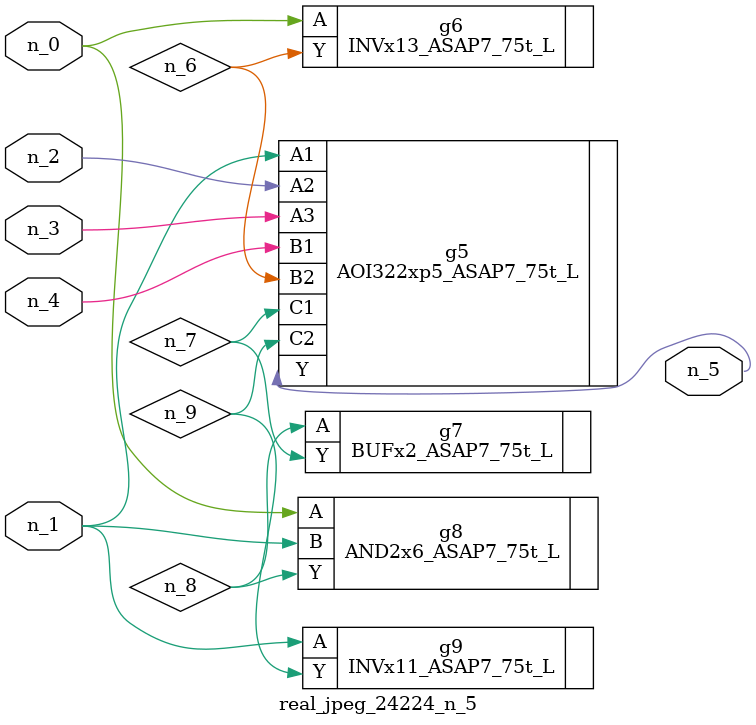
<source format=v>
module real_jpeg_24224_n_5 (n_4, n_0, n_1, n_2, n_3, n_5);

input n_4;
input n_0;
input n_1;
input n_2;
input n_3;

output n_5;

wire n_8;
wire n_6;
wire n_7;
wire n_9;

INVx13_ASAP7_75t_L g6 ( 
.A(n_0),
.Y(n_6)
);

AND2x6_ASAP7_75t_L g8 ( 
.A(n_0),
.B(n_1),
.Y(n_8)
);

AOI322xp5_ASAP7_75t_L g5 ( 
.A1(n_1),
.A2(n_2),
.A3(n_3),
.B1(n_4),
.B2(n_6),
.C1(n_7),
.C2(n_9),
.Y(n_5)
);

INVx11_ASAP7_75t_L g9 ( 
.A(n_1),
.Y(n_9)
);

BUFx2_ASAP7_75t_L g7 ( 
.A(n_8),
.Y(n_7)
);


endmodule
</source>
